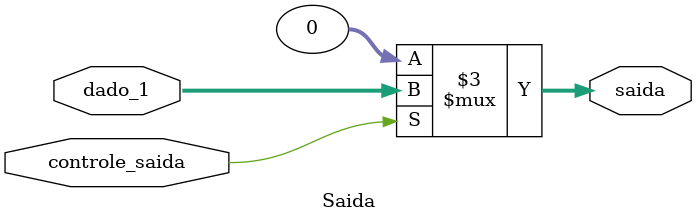
<source format=v>
module Saida (dado_1, controle_saida, saida);

	input [31:0]dado_1;		//Entrada do dado para output
	input controle_saida;	//Entrada do CONTROLE de output
	output reg [31:0]saida;	//Saida do output
	
	
	always @(*)
		begin
			if(controle_saida) saida = dado_1;
			else saida = 0;
		end
		
endmodule 
</source>
